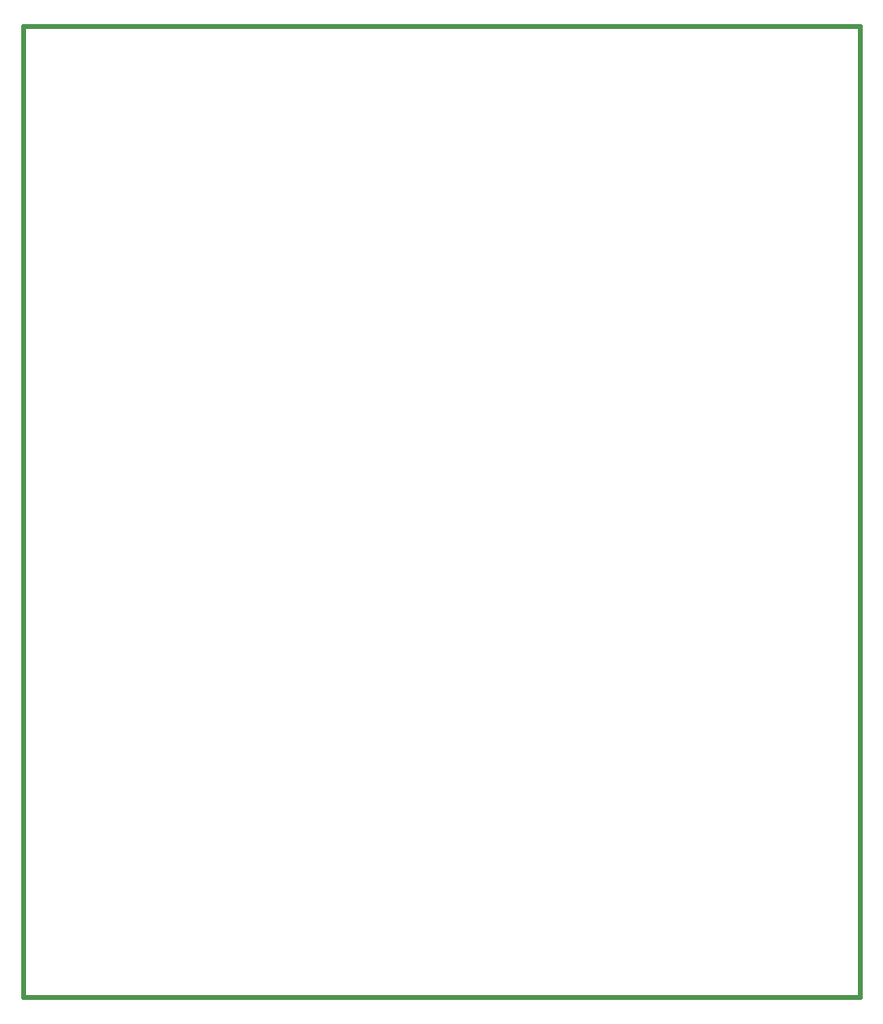
<source format=gbr>
G04 (created by PCBNEW-RS274X (20100406 SVN-R2509)-final) date Thu 29 Apr 2010 10:44:58 PM MSD*
G01*
G70*
G90*
%MOIN*%
G04 Gerber Fmt 3.4, Leading zero omitted, Abs format*
%FSLAX34Y34*%
G04 APERTURE LIST*
%ADD10C,0.001000*%
%ADD11C,0.015000*%
G04 APERTURE END LIST*
G54D10*
G54D11*
X54450Y-57000D02*
X71350Y-57000D01*
X54450Y-56900D02*
X54450Y-57000D01*
X54450Y-56600D02*
X54450Y-56900D01*
X54450Y-56350D02*
X54450Y-56600D01*
X54450Y-56000D02*
X54450Y-56350D01*
X54450Y-23450D02*
X54450Y-56000D01*
X55550Y-23450D02*
X54450Y-23450D01*
X55850Y-23450D02*
X55550Y-23450D01*
X83350Y-23450D02*
X55850Y-23450D01*
X83350Y-23600D02*
X83350Y-23450D01*
X83350Y-23750D02*
X83350Y-23600D01*
X83350Y-24050D02*
X83350Y-23750D01*
X83350Y-57000D02*
X83350Y-24050D01*
X83100Y-57000D02*
X83350Y-57000D01*
X82550Y-57000D02*
X83100Y-57000D01*
X82100Y-57000D02*
X82550Y-57000D01*
X81600Y-57000D02*
X82100Y-57000D01*
X71350Y-57000D02*
X81600Y-57000D01*
M02*

</source>
